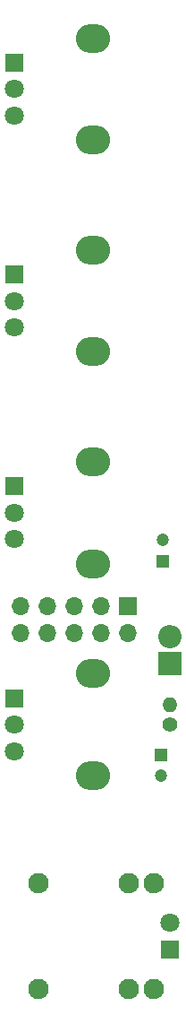
<source format=gbr>
%TF.GenerationSoftware,KiCad,Pcbnew,8.0.0*%
%TF.CreationDate,2024-06-15T01:22:53+02:00*%
%TF.ProjectId,feitw,66656974-772e-46b6-9963-61645f706362,rev?*%
%TF.SameCoordinates,Original*%
%TF.FileFunction,Soldermask,Top*%
%TF.FilePolarity,Negative*%
%FSLAX46Y46*%
G04 Gerber Fmt 4.6, Leading zero omitted, Abs format (unit mm)*
G04 Created by KiCad (PCBNEW 8.0.0) date 2024-06-15 01:22:53*
%MOMM*%
%LPD*%
G01*
G04 APERTURE LIST*
%ADD10O,1.700000X1.700000*%
%ADD11R,1.700000X1.700000*%
%ADD12O,3.240000X2.720000*%
%ADD13R,1.800000X1.800000*%
%ADD14C,1.800000*%
%ADD15O,1.400000X1.400000*%
%ADD16C,1.400000*%
%ADD17C,1.930400*%
%ADD18O,2.200000X2.200000*%
%ADD19R,2.200000X2.200000*%
%ADD20C,1.200000*%
%ADD21R,1.200000X1.200000*%
G04 APERTURE END LIST*
D10*
%TO.C,J2*%
X110300000Y-109590000D03*
X110300000Y-107050000D03*
X112840000Y-109590000D03*
X112840000Y-107050000D03*
X115380000Y-109590000D03*
X115380000Y-107050000D03*
X117920000Y-109590000D03*
X117920000Y-107050000D03*
X120460000Y-109590000D03*
D11*
X120460000Y-107050000D03*
%TD*%
D12*
%TO.C,RV4*%
X117160000Y-113450000D03*
X117160000Y-123050000D03*
D13*
X109660000Y-115750000D03*
D14*
X109660000Y-118250000D03*
X109660000Y-120750000D03*
%TD*%
D12*
%TO.C,RV3*%
X117160000Y-93450000D03*
X117160000Y-103050000D03*
D13*
X109660000Y-95750000D03*
D14*
X109660000Y-98250000D03*
X109660000Y-100750000D03*
%TD*%
D12*
%TO.C,RV2*%
X117160000Y-73450000D03*
X117160000Y-83050000D03*
D13*
X109660000Y-75750000D03*
D14*
X109660000Y-78250000D03*
X109660000Y-80750000D03*
%TD*%
D12*
%TO.C,RV1*%
X117160000Y-53450000D03*
X117160000Y-63050000D03*
D13*
X109660000Y-55750000D03*
D14*
X109660000Y-58250000D03*
X109660000Y-60750000D03*
%TD*%
D15*
%TO.C,R3*%
X124460000Y-116355000D03*
D16*
X124460000Y-118255000D03*
%TD*%
D17*
%TO.C,J3*%
X120512800Y-133250000D03*
X111953000Y-133250000D03*
X122925800Y-133250000D03*
%TD*%
%TO.C,J1*%
X120512800Y-143250000D03*
X111953000Y-143250000D03*
X122925800Y-143250000D03*
%TD*%
D14*
%TO.C,D2*%
X124395000Y-136985000D03*
D13*
X124395000Y-139525000D03*
%TD*%
D18*
%TO.C,D1*%
X124460000Y-109913532D03*
D19*
X124460000Y-112453532D03*
%TD*%
D20*
%TO.C,C6*%
X123787400Y-100822598D03*
D21*
X123787400Y-102822598D03*
%TD*%
D20*
%TO.C,C2*%
X123587400Y-123077398D03*
D21*
X123587400Y-121077398D03*
%TD*%
M02*

</source>
